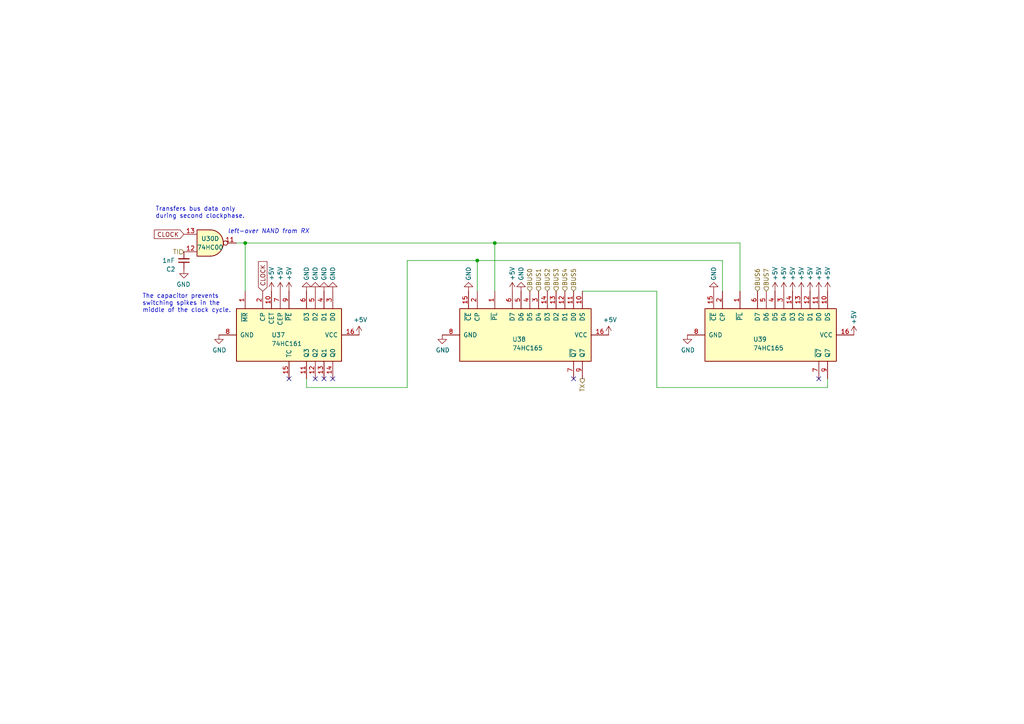
<source format=kicad_sch>
(kicad_sch (version 20211123) (generator eeschema)

  (uuid 58175766-a528-4fb2-ae9f-44f2b527a568)

  (paper "A4")

  (title_block
    (title "UART Transmitter")
    (date "2022-07-08")
    (rev "1.6.1")
    (comment 2 "creativecommons.org/licenses/by-nc-sa/3.0/deed.en")
    (comment 3 "License: CC BY-NC-SA 3.0")
    (comment 4 "Author: Carsten Herting (slu4)")
  )

  (lib_symbols
    (symbol "74xx:74HC00" (pin_names (offset 1.016)) (in_bom yes) (on_board yes)
      (property "Reference" "U" (id 0) (at 0 1.27 0)
        (effects (font (size 1.27 1.27)))
      )
      (property "Value" "74HC00" (id 1) (at 0 -1.27 0)
        (effects (font (size 1.27 1.27)))
      )
      (property "Footprint" "" (id 2) (at 0 0 0)
        (effects (font (size 1.27 1.27)) hide)
      )
      (property "Datasheet" "http://www.ti.com/lit/gpn/sn74hc00" (id 3) (at 0 0 0)
        (effects (font (size 1.27 1.27)) hide)
      )
      (property "ki_locked" "" (id 4) (at 0 0 0)
        (effects (font (size 1.27 1.27)))
      )
      (property "ki_keywords" "HCMOS nand 2-input" (id 5) (at 0 0 0)
        (effects (font (size 1.27 1.27)) hide)
      )
      (property "ki_description" "quad 2-input NAND gate" (id 6) (at 0 0 0)
        (effects (font (size 1.27 1.27)) hide)
      )
      (property "ki_fp_filters" "DIP*W7.62mm* SO14*" (id 7) (at 0 0 0)
        (effects (font (size 1.27 1.27)) hide)
      )
      (symbol "74HC00_1_1"
        (arc (start 0 -3.81) (mid 3.81 0) (end 0 3.81)
          (stroke (width 0.254) (type default) (color 0 0 0 0))
          (fill (type background))
        )
        (polyline
          (pts
            (xy 0 3.81)
            (xy -3.81 3.81)
            (xy -3.81 -3.81)
            (xy 0 -3.81)
          )
          (stroke (width 0.254) (type default) (color 0 0 0 0))
          (fill (type background))
        )
        (pin input line (at -7.62 2.54 0) (length 3.81)
          (name "~" (effects (font (size 1.27 1.27))))
          (number "1" (effects (font (size 1.27 1.27))))
        )
        (pin input line (at -7.62 -2.54 0) (length 3.81)
          (name "~" (effects (font (size 1.27 1.27))))
          (number "2" (effects (font (size 1.27 1.27))))
        )
        (pin output inverted (at 7.62 0 180) (length 3.81)
          (name "~" (effects (font (size 1.27 1.27))))
          (number "3" (effects (font (size 1.27 1.27))))
        )
      )
      (symbol "74HC00_1_2"
        (arc (start -3.81 -3.81) (mid -2.589 0) (end -3.81 3.81)
          (stroke (width 0.254) (type default) (color 0 0 0 0))
          (fill (type none))
        )
        (arc (start -0.6096 -3.81) (mid 2.1842 -2.5851) (end 3.81 0)
          (stroke (width 0.254) (type default) (color 0 0 0 0))
          (fill (type background))
        )
        (polyline
          (pts
            (xy -3.81 -3.81)
            (xy -0.635 -3.81)
          )
          (stroke (width 0.254) (type default) (color 0 0 0 0))
          (fill (type background))
        )
        (polyline
          (pts
            (xy -3.81 3.81)
            (xy -0.635 3.81)
          )
          (stroke (width 0.254) (type default) (color 0 0 0 0))
          (fill (type background))
        )
        (polyline
          (pts
            (xy -0.635 3.81)
            (xy -3.81 3.81)
            (xy -3.81 3.81)
            (xy -3.556 3.4036)
            (xy -3.0226 2.2606)
            (xy -2.6924 1.0414)
            (xy -2.6162 -0.254)
            (xy -2.7686 -1.4986)
            (xy -3.175 -2.7178)
            (xy -3.81 -3.81)
            (xy -3.81 -3.81)
            (xy -0.635 -3.81)
          )
          (stroke (width -25.4) (type default) (color 0 0 0 0))
          (fill (type background))
        )
        (arc (start 3.81 0) (mid 2.1915 2.5936) (end -0.6096 3.81)
          (stroke (width 0.254) (type default) (color 0 0 0 0))
          (fill (type background))
        )
        (pin input inverted (at -7.62 2.54 0) (length 4.318)
          (name "~" (effects (font (size 1.27 1.27))))
          (number "1" (effects (font (size 1.27 1.27))))
        )
        (pin input inverted (at -7.62 -2.54 0) (length 4.318)
          (name "~" (effects (font (size 1.27 1.27))))
          (number "2" (effects (font (size 1.27 1.27))))
        )
        (pin output line (at 7.62 0 180) (length 3.81)
          (name "~" (effects (font (size 1.27 1.27))))
          (number "3" (effects (font (size 1.27 1.27))))
        )
      )
      (symbol "74HC00_2_1"
        (arc (start 0 -3.81) (mid 3.81 0) (end 0 3.81)
          (stroke (width 0.254) (type default) (color 0 0 0 0))
          (fill (type background))
        )
        (polyline
          (pts
            (xy 0 3.81)
            (xy -3.81 3.81)
            (xy -3.81 -3.81)
            (xy 0 -3.81)
          )
          (stroke (width 0.254) (type default) (color 0 0 0 0))
          (fill (type background))
        )
        (pin input line (at -7.62 2.54 0) (length 3.81)
          (name "~" (effects (font (size 1.27 1.27))))
          (number "4" (effects (font (size 1.27 1.27))))
        )
        (pin input line (at -7.62 -2.54 0) (length 3.81)
          (name "~" (effects (font (size 1.27 1.27))))
          (number "5" (effects (font (size 1.27 1.27))))
        )
        (pin output inverted (at 7.62 0 180) (length 3.81)
          (name "~" (effects (font (size 1.27 1.27))))
          (number "6" (effects (font (size 1.27 1.27))))
        )
      )
      (symbol "74HC00_2_2"
        (arc (start -3.81 -3.81) (mid -2.589 0) (end -3.81 3.81)
          (stroke (width 0.254) (type default) (color 0 0 0 0))
          (fill (type none))
        )
        (arc (start -0.6096 -3.81) (mid 2.1842 -2.5851) (end 3.81 0)
          (stroke (width 0.254) (type default) (color 0 0 0 0))
          (fill (type background))
        )
        (polyline
          (pts
            (xy -3.81 -3.81)
            (xy -0.635 -3.81)
          )
          (stroke (width 0.254) (type default) (color 0 0 0 0))
          (fill (type background))
        )
        (polyline
          (pts
            (xy -3.81 3.81)
            (xy -0.635 3.81)
          )
          (stroke (width 0.254) (type default) (color 0 0 0 0))
          (fill (type background))
        )
        (polyline
          (pts
            (xy -0.635 3.81)
            (xy -3.81 3.81)
            (xy -3.81 3.81)
            (xy -3.556 3.4036)
            (xy -3.0226 2.2606)
            (xy -2.6924 1.0414)
            (xy -2.6162 -0.254)
            (xy -2.7686 -1.4986)
            (xy -3.175 -2.7178)
            (xy -3.81 -3.81)
            (xy -3.81 -3.81)
            (xy -0.635 -3.81)
          )
          (stroke (width -25.4) (type default) (color 0 0 0 0))
          (fill (type background))
        )
        (arc (start 3.81 0) (mid 2.1915 2.5936) (end -0.6096 3.81)
          (stroke (width 0.254) (type default) (color 0 0 0 0))
          (fill (type background))
        )
        (pin input inverted (at -7.62 2.54 0) (length 4.318)
          (name "~" (effects (font (size 1.27 1.27))))
          (number "4" (effects (font (size 1.27 1.27))))
        )
        (pin input inverted (at -7.62 -2.54 0) (length 4.318)
          (name "~" (effects (font (size 1.27 1.27))))
          (number "5" (effects (font (size 1.27 1.27))))
        )
        (pin output line (at 7.62 0 180) (length 3.81)
          (name "~" (effects (font (size 1.27 1.27))))
          (number "6" (effects (font (size 1.27 1.27))))
        )
      )
      (symbol "74HC00_3_1"
        (arc (start 0 -3.81) (mid 3.81 0) (end 0 3.81)
          (stroke (width 0.254) (type default) (color 0 0 0 0))
          (fill (type background))
        )
        (polyline
          (pts
            (xy 0 3.81)
            (xy -3.81 3.81)
            (xy -3.81 -3.81)
            (xy 0 -3.81)
          )
          (stroke (width 0.254) (type default) (color 0 0 0 0))
          (fill (type background))
        )
        (pin input line (at -7.62 -2.54 0) (length 3.81)
          (name "~" (effects (font (size 1.27 1.27))))
          (number "10" (effects (font (size 1.27 1.27))))
        )
        (pin output inverted (at 7.62 0 180) (length 3.81)
          (name "~" (effects (font (size 1.27 1.27))))
          (number "8" (effects (font (size 1.27 1.27))))
        )
        (pin input line (at -7.62 2.54 0) (length 3.81)
          (name "~" (effects (font (size 1.27 1.27))))
          (number "9" (effects (font (size 1.27 1.27))))
        )
      )
      (symbol "74HC00_3_2"
        (arc (start -3.81 -3.81) (mid -2.589 0) (end -3.81 3.81)
          (stroke (width 0.254) (type default) (color 0 0 0 0))
          (fill (type none))
        )
        (arc (start -0.6096 -3.81) (mid 2.1842 -2.5851) (end 3.81 0)
          (stroke (width 0.254) (type default) (color 0 0 0 0))
          (fill (type background))
        )
        (polyline
          (pts
            (xy -3.81 -3.81)
            (xy -0.635 -3.81)
          )
          (stroke (width 0.254) (type default) (color 0 0 0 0))
          (fill (type background))
        )
        (polyline
          (pts
            (xy -3.81 3.81)
            (xy -0.635 3.81)
          )
          (stroke (width 0.254) (type default) (color 0 0 0 0))
          (fill (type background))
        )
        (polyline
          (pts
            (xy -0.635 3.81)
            (xy -3.81 3.81)
            (xy -3.81 3.81)
            (xy -3.556 3.4036)
            (xy -3.0226 2.2606)
            (xy -2.6924 1.0414)
            (xy -2.6162 -0.254)
            (xy -2.7686 -1.4986)
            (xy -3.175 -2.7178)
            (xy -3.81 -3.81)
            (xy -3.81 -3.81)
            (xy -0.635 -3.81)
          )
          (stroke (width -25.4) (type default) (color 0 0 0 0))
          (fill (type background))
        )
        (arc (start 3.81 0) (mid 2.1915 2.5936) (end -0.6096 3.81)
          (stroke (width 0.254) (type default) (color 0 0 0 0))
          (fill (type background))
        )
        (pin input inverted (at -7.62 -2.54 0) (length 4.318)
          (name "~" (effects (font (size 1.27 1.27))))
          (number "10" (effects (font (size 1.27 1.27))))
        )
        (pin output line (at 7.62 0 180) (length 3.81)
          (name "~" (effects (font (size 1.27 1.27))))
          (number "8" (effects (font (size 1.27 1.27))))
        )
        (pin input inverted (at -7.62 2.54 0) (length 4.318)
          (name "~" (effects (font (size 1.27 1.27))))
          (number "9" (effects (font (size 1.27 1.27))))
        )
      )
      (symbol "74HC00_4_1"
        (arc (start 0 -3.81) (mid 3.81 0) (end 0 3.81)
          (stroke (width 0.254) (type default) (color 0 0 0 0))
          (fill (type background))
        )
        (polyline
          (pts
            (xy 0 3.81)
            (xy -3.81 3.81)
            (xy -3.81 -3.81)
            (xy 0 -3.81)
          )
          (stroke (width 0.254) (type default) (color 0 0 0 0))
          (fill (type background))
        )
        (pin output inverted (at 7.62 0 180) (length 3.81)
          (name "~" (effects (font (size 1.27 1.27))))
          (number "11" (effects (font (size 1.27 1.27))))
        )
        (pin input line (at -7.62 2.54 0) (length 3.81)
          (name "~" (effects (font (size 1.27 1.27))))
          (number "12" (effects (font (size 1.27 1.27))))
        )
        (pin input line (at -7.62 -2.54 0) (length 3.81)
          (name "~" (effects (font (size 1.27 1.27))))
          (number "13" (effects (font (size 1.27 1.27))))
        )
      )
      (symbol "74HC00_4_2"
        (arc (start -3.81 -3.81) (mid -2.589 0) (end -3.81 3.81)
          (stroke (width 0.254) (type default) (color 0 0 0 0))
          (fill (type none))
        )
        (arc (start -0.6096 -3.81) (mid 2.1842 -2.5851) (end 3.81 0)
          (stroke (width 0.254) (type default) (color 0 0 0 0))
          (fill (type background))
        )
        (polyline
          (pts
            (xy -3.81 -3.81)
            (xy -0.635 -3.81)
          )
          (stroke (width 0.254) (type default) (color 0 0 0 0))
          (fill (type background))
        )
        (polyline
          (pts
            (xy -3.81 3.81)
            (xy -0.635 3.81)
          )
          (stroke (width 0.254) (type default) (color 0 0 0 0))
          (fill (type background))
        )
        (polyline
          (pts
            (xy -0.635 3.81)
            (xy -3.81 3.81)
            (xy -3.81 3.81)
            (xy -3.556 3.4036)
            (xy -3.0226 2.2606)
            (xy -2.6924 1.0414)
            (xy -2.6162 -0.254)
            (xy -2.7686 -1.4986)
            (xy -3.175 -2.7178)
            (xy -3.81 -3.81)
            (xy -3.81 -3.81)
            (xy -0.635 -3.81)
          )
          (stroke (width -25.4) (type default) (color 0 0 0 0))
          (fill (type background))
        )
        (arc (start 3.81 0) (mid 2.1915 2.5936) (end -0.6096 3.81)
          (stroke (width 0.254) (type default) (color 0 0 0 0))
          (fill (type background))
        )
        (pin output line (at 7.62 0 180) (length 3.81)
          (name "~" (effects (font (size 1.27 1.27))))
          (number "11" (effects (font (size 1.27 1.27))))
        )
        (pin input inverted (at -7.62 2.54 0) (length 4.318)
          (name "~" (effects (font (size 1.27 1.27))))
          (number "12" (effects (font (size 1.27 1.27))))
        )
        (pin input inverted (at -7.62 -2.54 0) (length 4.318)
          (name "~" (effects (font (size 1.27 1.27))))
          (number "13" (effects (font (size 1.27 1.27))))
        )
      )
      (symbol "74HC00_5_0"
        (pin power_in line (at 0 12.7 270) (length 5.08)
          (name "VCC" (effects (font (size 1.27 1.27))))
          (number "14" (effects (font (size 1.27 1.27))))
        )
        (pin power_in line (at 0 -12.7 90) (length 5.08)
          (name "GND" (effects (font (size 1.27 1.27))))
          (number "7" (effects (font (size 1.27 1.27))))
        )
      )
      (symbol "74HC00_5_1"
        (rectangle (start -5.08 7.62) (end 5.08 -7.62)
          (stroke (width 0.254) (type default) (color 0 0 0 0))
          (fill (type background))
        )
      )
    )
    (symbol "8-Bit CPU 32k:74HC161" (pin_names (offset 1.016)) (in_bom yes) (on_board yes)
      (property "Reference" "U" (id 0) (at -7.62 16.51 0)
        (effects (font (size 1.27 1.27)))
      )
      (property "Value" "74HC161" (id 1) (at -7.62 -16.51 0)
        (effects (font (size 1.27 1.27)))
      )
      (property "Footprint" "" (id 2) (at 0 0 0)
        (effects (font (size 1.27 1.27)) hide)
      )
      (property "Datasheet" "http://www.ti.com/lit/gpn/sn74LS161" (id 3) (at 0 0 0)
        (effects (font (size 1.27 1.27)) hide)
      )
      (property "ki_locked" "" (id 4) (at 0 0 0)
        (effects (font (size 1.27 1.27)))
      )
      (property "ki_keywords" "TTL CNT CNT4" (id 5) (at 0 0 0)
        (effects (font (size 1.27 1.27)) hide)
      )
      (property "ki_description" "Synchronous 4-bit programmable binary Counter" (id 6) (at 0 0 0)
        (effects (font (size 1.27 1.27)) hide)
      )
      (property "ki_fp_filters" "DIP?16*" (id 7) (at 0 0 0)
        (effects (font (size 1.27 1.27)) hide)
      )
      (symbol "74HC161_1_0"
        (pin input line (at -12.7 -12.7 0) (length 5.08)
          (name "~{MR}" (effects (font (size 1.27 1.27))))
          (number "1" (effects (font (size 1.27 1.27))))
        )
        (pin input line (at -12.7 -5.08 0) (length 5.08)
          (name "CET" (effects (font (size 1.27 1.27))))
          (number "10" (effects (font (size 1.27 1.27))))
        )
        (pin output line (at 12.7 5.08 180) (length 5.08)
          (name "Q3" (effects (font (size 1.27 1.27))))
          (number "11" (effects (font (size 1.27 1.27))))
        )
        (pin output line (at 12.7 7.62 180) (length 5.08)
          (name "Q2" (effects (font (size 1.27 1.27))))
          (number "12" (effects (font (size 1.27 1.27))))
        )
        (pin output line (at 12.7 10.16 180) (length 5.08)
          (name "Q1" (effects (font (size 1.27 1.27))))
          (number "13" (effects (font (size 1.27 1.27))))
        )
        (pin output line (at 12.7 12.7 180) (length 5.08)
          (name "Q0" (effects (font (size 1.27 1.27))))
          (number "14" (effects (font (size 1.27 1.27))))
        )
        (pin output line (at 12.7 0 180) (length 5.08)
          (name "TC" (effects (font (size 1.27 1.27))))
          (number "15" (effects (font (size 1.27 1.27))))
        )
        (pin power_in line (at 0 20.32 270) (length 5.08)
          (name "VCC" (effects (font (size 1.27 1.27))))
          (number "16" (effects (font (size 1.27 1.27))))
        )
        (pin input line (at -12.7 -7.62 0) (length 5.08)
          (name "CP" (effects (font (size 1.27 1.27))))
          (number "2" (effects (font (size 1.27 1.27))))
        )
        (pin input line (at -12.7 12.7 0) (length 5.08)
          (name "D0" (effects (font (size 1.27 1.27))))
          (number "3" (effects (font (size 1.27 1.27))))
        )
        (pin input line (at -12.7 10.16 0) (length 5.08)
          (name "D1" (effects (font (size 1.27 1.27))))
          (number "4" (effects (font (size 1.27 1.27))))
        )
        (pin input line (at -12.7 7.62 0) (length 5.08)
          (name "D2" (effects (font (size 1.27 1.27))))
          (number "5" (effects (font (size 1.27 1.27))))
        )
        (pin input line (at -12.7 5.08 0) (length 5.08)
          (name "D3" (effects (font (size 1.27 1.27))))
          (number "6" (effects (font (size 1.27 1.27))))
        )
        (pin input line (at -12.7 -2.54 0) (length 5.08)
          (name "CEP" (effects (font (size 1.27 1.27))))
          (number "7" (effects (font (size 1.27 1.27))))
        )
        (pin power_in line (at 0 -20.32 90) (length 5.08)
          (name "GND" (effects (font (size 1.27 1.27))))
          (number "8" (effects (font (size 1.27 1.27))))
        )
        (pin input line (at -12.7 0 0) (length 5.08)
          (name "~{PE}" (effects (font (size 1.27 1.27))))
          (number "9" (effects (font (size 1.27 1.27))))
        )
      )
      (symbol "74HC161_1_1"
        (rectangle (start -7.62 15.24) (end 7.62 -15.24)
          (stroke (width 0.254) (type default) (color 0 0 0 0))
          (fill (type background))
        )
      )
    )
    (symbol "8-Bit CPU 32k:74HC165" (pin_names (offset 1.016)) (in_bom yes) (on_board yes)
      (property "Reference" "U" (id 0) (at -7.62 19.05 0)
        (effects (font (size 1.27 1.27)))
      )
      (property "Value" "74HC165" (id 1) (at -7.62 -21.59 0)
        (effects (font (size 1.27 1.27)))
      )
      (property "Footprint" "" (id 2) (at 0 0 0)
        (effects (font (size 1.27 1.27)) hide)
      )
      (property "Datasheet" "http://www.ti.com/lit/gpn/sn74LS165" (id 3) (at 0 0 0)
        (effects (font (size 1.27 1.27)) hide)
      )
      (property "ki_locked" "" (id 4) (at 0 0 0)
        (effects (font (size 1.27 1.27)))
      )
      (property "ki_keywords" "TTL SR SR8" (id 5) (at 0 0 0)
        (effects (font (size 1.27 1.27)) hide)
      )
      (property "ki_description" "Shift Register 8-bit, parallel load" (id 6) (at 0 0 0)
        (effects (font (size 1.27 1.27)) hide)
      )
      (property "ki_fp_filters" "DIP?16*" (id 7) (at 0 0 0)
        (effects (font (size 1.27 1.27)) hide)
      )
      (symbol "74HC165_1_0"
        (pin input line (at -12.7 -10.16 0) (length 5.08)
          (name "~{PL}" (effects (font (size 1.27 1.27))))
          (number "1" (effects (font (size 1.27 1.27))))
        )
        (pin input line (at -12.7 15.24 0) (length 5.08)
          (name "DS" (effects (font (size 1.27 1.27))))
          (number "10" (effects (font (size 1.27 1.27))))
        )
        (pin input line (at -12.7 12.7 0) (length 5.08)
          (name "D0" (effects (font (size 1.27 1.27))))
          (number "11" (effects (font (size 1.27 1.27))))
        )
        (pin input line (at -12.7 10.16 0) (length 5.08)
          (name "D1" (effects (font (size 1.27 1.27))))
          (number "12" (effects (font (size 1.27 1.27))))
        )
        (pin input line (at -12.7 7.62 0) (length 5.08)
          (name "D2" (effects (font (size 1.27 1.27))))
          (number "13" (effects (font (size 1.27 1.27))))
        )
        (pin input line (at -12.7 5.08 0) (length 5.08)
          (name "D3" (effects (font (size 1.27 1.27))))
          (number "14" (effects (font (size 1.27 1.27))))
        )
        (pin input line (at -12.7 -17.78 0) (length 5.08)
          (name "~{CE}" (effects (font (size 1.27 1.27))))
          (number "15" (effects (font (size 1.27 1.27))))
        )
        (pin power_in line (at 0 22.86 270) (length 5.08)
          (name "VCC" (effects (font (size 1.27 1.27))))
          (number "16" (effects (font (size 1.27 1.27))))
        )
        (pin input line (at -12.7 -15.24 0) (length 5.08)
          (name "CP" (effects (font (size 1.27 1.27))))
          (number "2" (effects (font (size 1.27 1.27))))
        )
        (pin input line (at -12.7 2.54 0) (length 5.08)
          (name "D4" (effects (font (size 1.27 1.27))))
          (number "3" (effects (font (size 1.27 1.27))))
        )
        (pin input line (at -12.7 0 0) (length 5.08)
          (name "D5" (effects (font (size 1.27 1.27))))
          (number "4" (effects (font (size 1.27 1.27))))
        )
        (pin input line (at -12.7 -2.54 0) (length 5.08)
          (name "D6" (effects (font (size 1.27 1.27))))
          (number "5" (effects (font (size 1.27 1.27))))
        )
        (pin input line (at -12.7 -5.08 0) (length 5.08)
          (name "D7" (effects (font (size 1.27 1.27))))
          (number "6" (effects (font (size 1.27 1.27))))
        )
        (pin output line (at 12.7 12.7 180) (length 5.08)
          (name "~{Q7}" (effects (font (size 1.27 1.27))))
          (number "7" (effects (font (size 1.27 1.27))))
        )
        (pin power_in line (at 0 -25.4 90) (length 5.08)
          (name "GND" (effects (font (size 1.27 1.27))))
          (number "8" (effects (font (size 1.27 1.27))))
        )
        (pin output line (at 12.7 15.24 180) (length 5.08)
          (name "Q7" (effects (font (size 1.27 1.27))))
          (number "9" (effects (font (size 1.27 1.27))))
        )
      )
      (symbol "74HC165_1_1"
        (rectangle (start -7.62 17.78) (end 7.62 -20.32)
          (stroke (width 0.254) (type default) (color 0 0 0 0))
          (fill (type background))
        )
      )
    )
    (symbol "Device:C_Small" (pin_numbers hide) (pin_names (offset 0.254) hide) (in_bom yes) (on_board yes)
      (property "Reference" "C" (id 0) (at 0.254 1.778 0)
        (effects (font (size 1.27 1.27)) (justify left))
      )
      (property "Value" "C_Small" (id 1) (at 0.254 -2.032 0)
        (effects (font (size 1.27 1.27)) (justify left))
      )
      (property "Footprint" "" (id 2) (at 0 0 0)
        (effects (font (size 1.27 1.27)) hide)
      )
      (property "Datasheet" "~" (id 3) (at 0 0 0)
        (effects (font (size 1.27 1.27)) hide)
      )
      (property "ki_keywords" "capacitor cap" (id 4) (at 0 0 0)
        (effects (font (size 1.27 1.27)) hide)
      )
      (property "ki_description" "Unpolarized capacitor, small symbol" (id 5) (at 0 0 0)
        (effects (font (size 1.27 1.27)) hide)
      )
      (property "ki_fp_filters" "C_*" (id 6) (at 0 0 0)
        (effects (font (size 1.27 1.27)) hide)
      )
      (symbol "C_Small_0_1"
        (polyline
          (pts
            (xy -1.524 -0.508)
            (xy 1.524 -0.508)
          )
          (stroke (width 0.3302) (type default) (color 0 0 0 0))
          (fill (type none))
        )
        (polyline
          (pts
            (xy -1.524 0.508)
            (xy 1.524 0.508)
          )
          (stroke (width 0.3048) (type default) (color 0 0 0 0))
          (fill (type none))
        )
      )
      (symbol "C_Small_1_1"
        (pin passive line (at 0 2.54 270) (length 2.032)
          (name "~" (effects (font (size 1.27 1.27))))
          (number "1" (effects (font (size 1.27 1.27))))
        )
        (pin passive line (at 0 -2.54 90) (length 2.032)
          (name "~" (effects (font (size 1.27 1.27))))
          (number "2" (effects (font (size 1.27 1.27))))
        )
      )
    )
    (symbol "power:+5V" (power) (pin_names (offset 0)) (in_bom yes) (on_board yes)
      (property "Reference" "#PWR" (id 0) (at 0 -3.81 0)
        (effects (font (size 1.27 1.27)) hide)
      )
      (property "Value" "+5V" (id 1) (at 0 3.556 0)
        (effects (font (size 1.27 1.27)))
      )
      (property "Footprint" "" (id 2) (at 0 0 0)
        (effects (font (size 1.27 1.27)) hide)
      )
      (property "Datasheet" "" (id 3) (at 0 0 0)
        (effects (font (size 1.27 1.27)) hide)
      )
      (property "ki_keywords" "power-flag" (id 4) (at 0 0 0)
        (effects (font (size 1.27 1.27)) hide)
      )
      (property "ki_description" "Power symbol creates a global label with name \"+5V\"" (id 5) (at 0 0 0)
        (effects (font (size 1.27 1.27)) hide)
      )
      (symbol "+5V_0_1"
        (polyline
          (pts
            (xy -0.762 1.27)
            (xy 0 2.54)
          )
          (stroke (width 0) (type default) (color 0 0 0 0))
          (fill (type none))
        )
        (polyline
          (pts
            (xy 0 0)
            (xy 0 2.54)
          )
          (stroke (width 0) (type default) (color 0 0 0 0))
          (fill (type none))
        )
        (polyline
          (pts
            (xy 0 2.54)
            (xy 0.762 1.27)
          )
          (stroke (width 0) (type default) (color 0 0 0 0))
          (fill (type none))
        )
      )
      (symbol "+5V_1_1"
        (pin power_in line (at 0 0 90) (length 0) hide
          (name "+5V" (effects (font (size 1.27 1.27))))
          (number "1" (effects (font (size 1.27 1.27))))
        )
      )
    )
    (symbol "power:GND" (power) (pin_names (offset 0)) (in_bom yes) (on_board yes)
      (property "Reference" "#PWR" (id 0) (at 0 -6.35 0)
        (effects (font (size 1.27 1.27)) hide)
      )
      (property "Value" "GND" (id 1) (at 0 -3.81 0)
        (effects (font (size 1.27 1.27)))
      )
      (property "Footprint" "" (id 2) (at 0 0 0)
        (effects (font (size 1.27 1.27)) hide)
      )
      (property "Datasheet" "" (id 3) (at 0 0 0)
        (effects (font (size 1.27 1.27)) hide)
      )
      (property "ki_keywords" "power-flag" (id 4) (at 0 0 0)
        (effects (font (size 1.27 1.27)) hide)
      )
      (property "ki_description" "Power symbol creates a global label with name \"GND\" , ground" (id 5) (at 0 0 0)
        (effects (font (size 1.27 1.27)) hide)
      )
      (symbol "GND_0_1"
        (polyline
          (pts
            (xy 0 0)
            (xy 0 -1.27)
            (xy 1.27 -1.27)
            (xy 0 -2.54)
            (xy -1.27 -1.27)
            (xy 0 -1.27)
          )
          (stroke (width 0) (type default) (color 0 0 0 0))
          (fill (type none))
        )
      )
      (symbol "GND_1_1"
        (pin power_in line (at 0 0 270) (length 0) hide
          (name "GND" (effects (font (size 1.27 1.27))))
          (number "1" (effects (font (size 1.27 1.27))))
        )
      )
    )
  )

  (junction (at 71.12 70.485) (diameter 0) (color 0 0 0 0)
    (uuid 63775e7d-9919-43c5-bce9-9c945fd6a758)
  )
  (junction (at 143.51 70.485) (diameter 0) (color 0 0 0 0)
    (uuid cc3452de-1120-4c93-b25e-576e5e8f76e3)
  )
  (junction (at 138.43 75.565) (diameter 0) (color 0 0 0 0)
    (uuid ea0632bc-fb14-4c1a-a375-1d77188b9b78)
  )

  (no_connect (at 237.49 109.855) (uuid 00fe2fa1-209c-40c5-9c42-7bfbfa67df51))
  (no_connect (at 83.82 109.855) (uuid 633c153b-098c-418b-bc3e-17aff2d8eeee))
  (no_connect (at 91.44 109.855) (uuid ba7b9ccb-3925-428d-8c7a-9f3da81a07df))
  (no_connect (at 96.52 109.855) (uuid be3f13bd-797c-46cc-b38c-8ea62def12e9))
  (no_connect (at 166.37 109.855) (uuid d8b21c41-a23c-4996-8aa1-fb7544e6060e))
  (no_connect (at 93.98 109.855) (uuid f80f6ecb-9b1e-4071-99a3-f262af45e64f))

  (wire (pts (xy 88.9 109.855) (xy 88.9 112.395))
    (stroke (width 0) (type default) (color 0 0 0 0))
    (uuid 0518d253-7646-416c-8697-4b5e9153dcb0)
  )
  (wire (pts (xy 240.03 112.395) (xy 240.03 109.855))
    (stroke (width 0) (type default) (color 0 0 0 0))
    (uuid 0b22015d-e116-4239-8a91-7c61ae9b9145)
  )
  (wire (pts (xy 118.11 75.565) (xy 118.11 112.395))
    (stroke (width 0) (type default) (color 0 0 0 0))
    (uuid 0b4cee34-874e-4838-876f-a0b87b58ca52)
  )
  (wire (pts (xy 214.63 70.485) (xy 214.63 84.455))
    (stroke (width 0) (type default) (color 0 0 0 0))
    (uuid 375495d6-c66c-44eb-b21e-ec5d6175e6d7)
  )
  (wire (pts (xy 209.55 75.565) (xy 209.55 84.455))
    (stroke (width 0) (type default) (color 0 0 0 0))
    (uuid 4a2a0af7-aa39-4dd6-a61b-7b57cd0489de)
  )
  (wire (pts (xy 143.51 70.485) (xy 71.12 70.485))
    (stroke (width 0) (type default) (color 0 0 0 0))
    (uuid 760123c7-e5c8-4c23-9873-85537331d717)
  )
  (wire (pts (xy 138.43 84.455) (xy 138.43 75.565))
    (stroke (width 0) (type default) (color 0 0 0 0))
    (uuid 83a3c5ae-0991-4190-9fe2-584147905fd6)
  )
  (wire (pts (xy 118.11 112.395) (xy 88.9 112.395))
    (stroke (width 0) (type default) (color 0 0 0 0))
    (uuid 8d7bd93d-9d1b-4933-8dba-14068bfdf02f)
  )
  (wire (pts (xy 138.43 75.565) (xy 118.11 75.565))
    (stroke (width 0) (type default) (color 0 0 0 0))
    (uuid 99c98684-8e4d-4568-aca8-9c56476035b6)
  )
  (wire (pts (xy 190.5 84.455) (xy 190.5 112.395))
    (stroke (width 0) (type default) (color 0 0 0 0))
    (uuid aa40df75-2297-4ca6-8a99-092ab484e75d)
  )
  (wire (pts (xy 71.12 70.485) (xy 71.12 84.455))
    (stroke (width 0) (type default) (color 0 0 0 0))
    (uuid af817f20-3ff4-4bd9-b84a-7ee5efaa50a9)
  )
  (wire (pts (xy 68.58 70.485) (xy 71.12 70.485))
    (stroke (width 0) (type default) (color 0 0 0 0))
    (uuid e6e96e56-e7c7-4d45-b064-d951e6f2fbd6)
  )
  (wire (pts (xy 138.43 75.565) (xy 209.55 75.565))
    (stroke (width 0) (type default) (color 0 0 0 0))
    (uuid e9ff53bb-f209-4376-a4c9-9baa9e5d5473)
  )
  (wire (pts (xy 190.5 112.395) (xy 240.03 112.395))
    (stroke (width 0) (type default) (color 0 0 0 0))
    (uuid f0178143-575f-49dc-a724-b84ea643e17c)
  )
  (wire (pts (xy 168.91 84.455) (xy 190.5 84.455))
    (stroke (width 0) (type default) (color 0 0 0 0))
    (uuid f72f0e84-d022-4a9e-94e4-e4d36d9c0eb3)
  )
  (wire (pts (xy 143.51 84.455) (xy 143.51 70.485))
    (stroke (width 0) (type default) (color 0 0 0 0))
    (uuid f9434ddc-ea97-4971-acb9-ec233b96ac08)
  )
  (wire (pts (xy 143.51 70.485) (xy 214.63 70.485))
    (stroke (width 0) (type default) (color 0 0 0 0))
    (uuid fb99efd7-06a4-48fd-9554-0c7e8e226e76)
  )

  (text "The capacitor prevents\nswitching spikes in the\nmiddle of the clock cycle."
    (at 41.275 90.805 0)
    (effects (font (size 1.27 1.27)) (justify left bottom))
    (uuid 1bb5bb40-87a7-46a1-9887-6b4962964bf0)
  )
  (text "left-over NAND from RX" (at 66.04 67.945 0)
    (effects (font (size 1.27 1.27) italic) (justify left bottom))
    (uuid 8742296e-c150-4cba-be67-61a1d208d1c1)
  )
  (text "Transfers bus data only\nduring second clockphase." (at 45.085 63.5 0)
    (effects (font (size 1.27 1.27)) (justify left bottom))
    (uuid a3021710-8a4c-42f7-ac6e-20a81a071ab6)
  )

  (global_label "CLOCK" (shape input) (at 53.34 67.945 180) (fields_autoplaced)
    (effects (font (size 1.27 1.27)) (justify right))
    (uuid 8b2a0ffc-48a7-455f-8024-76dee9869a40)
    (property "Intersheet References" "${INTERSHEET_REFS}" (id 0) (at 2.54 147.955 0)
      (effects (font (size 1.27 1.27)) hide)
    )
  )
  (global_label "CLOCK" (shape input) (at 76.2 84.455 90) (fields_autoplaced)
    (effects (font (size 1.27 1.27)) (justify left))
    (uuid ca1221c7-300b-4265-b5e2-868f88788518)
    (property "Intersheet References" "${INTERSHEET_REFS}" (id 0) (at 2.54 -6.985 0)
      (effects (font (size 1.27 1.27)) hide)
    )
  )

  (hierarchical_label "BUS6" (shape input) (at 219.71 84.455 90)
    (effects (font (size 1.27 1.27)) (justify left))
    (uuid 10f7126e-7090-4c03-8a19-13efa53cae48)
  )
  (hierarchical_label "BUS3" (shape input) (at 161.29 84.455 90)
    (effects (font (size 1.27 1.27)) (justify left))
    (uuid 2f41f790-9eff-4486-a485-af5962cc98c4)
  )
  (hierarchical_label "TI" (shape input) (at 53.34 73.025 180)
    (effects (font (size 1.27 1.27)) (justify right))
    (uuid 34e2c20d-6761-4247-8eb6-293ddbbc8804)
  )
  (hierarchical_label "BUS1" (shape input) (at 156.21 84.455 90)
    (effects (font (size 1.27 1.27)) (justify left))
    (uuid 5cf1e57a-7c5d-4653-966f-d986136a5a7c)
  )
  (hierarchical_label "BUS0" (shape input) (at 153.67 84.455 90)
    (effects (font (size 1.27 1.27)) (justify left))
    (uuid 818906fb-12f6-4f4d-b3f7-5c6b36c224aa)
  )
  (hierarchical_label "BUS5" (shape input) (at 166.37 84.455 90)
    (effects (font (size 1.27 1.27)) (justify left))
    (uuid 892c9595-fbc5-4f31-b203-3a3c005b68bb)
  )
  (hierarchical_label "BUS7" (shape input) (at 222.25 84.455 90)
    (effects (font (size 1.27 1.27)) (justify left))
    (uuid d7e6227d-7076-4031-b1fb-859efea03e2a)
  )
  (hierarchical_label "TX" (shape output) (at 168.91 109.855 270)
    (effects (font (size 1.27 1.27)) (justify right))
    (uuid de3d19f1-987b-4f73-a2df-2f360493304d)
  )
  (hierarchical_label "BUS2" (shape input) (at 158.75 84.455 90)
    (effects (font (size 1.27 1.27)) (justify left))
    (uuid ef6ad726-15a4-4122-b496-5bc442a8ecde)
  )
  (hierarchical_label "BUS4" (shape input) (at 163.83 84.455 90)
    (effects (font (size 1.27 1.27)) (justify left))
    (uuid f51f8f72-0aad-4179-b90c-f7fda44161d4)
  )

  (symbol (lib_id "power:GND") (at 91.44 84.455 180) (unit 1)
    (in_bom yes) (on_board yes)
    (uuid 09b22336-7633-4156-89d8-d03c0b0adf0e)
    (property "Reference" "#PWR043" (id 0) (at 91.44 78.105 0)
      (effects (font (size 1.27 1.27)) hide)
    )
    (property "Value" "GND" (id 1) (at 91.44 79.375 90))
    (property "Footprint" "" (id 2) (at 91.44 84.455 0)
      (effects (font (size 1.27 1.27)) hide)
    )
    (property "Datasheet" "" (id 3) (at 91.44 84.455 0)
      (effects (font (size 1.27 1.27)) hide)
    )
    (pin "1" (uuid f1675273-9b59-409d-b5d1-b56f62b2f045))
  )

  (symbol (lib_id "power:GND") (at 96.52 84.455 180) (unit 1)
    (in_bom yes) (on_board yes)
    (uuid 0f61ca78-ddd7-4521-a5b0-1f03507b5260)
    (property "Reference" "#PWR045" (id 0) (at 96.52 78.105 0)
      (effects (font (size 1.27 1.27)) hide)
    )
    (property "Value" "GND" (id 1) (at 96.52 79.375 90))
    (property "Footprint" "" (id 2) (at 96.52 84.455 0)
      (effects (font (size 1.27 1.27)) hide)
    )
    (property "Datasheet" "" (id 3) (at 96.52 84.455 0)
      (effects (font (size 1.27 1.27)) hide)
    )
    (pin "1" (uuid 7e9d274e-1505-4eec-99e9-c257a1058114))
  )

  (symbol (lib_id "power:+5V") (at 83.82 84.455 0) (unit 1)
    (in_bom yes) (on_board yes)
    (uuid 14177955-33d6-4dc3-bf33-e733fc65768c)
    (property "Reference" "#PWR041" (id 0) (at 83.82 88.265 0)
      (effects (font (size 1.27 1.27)) hide)
    )
    (property "Value" "+5V" (id 1) (at 83.82 79.375 90))
    (property "Footprint" "" (id 2) (at 83.82 84.455 0)
      (effects (font (size 1.27 1.27)) hide)
    )
    (property "Datasheet" "" (id 3) (at 83.82 84.455 0)
      (effects (font (size 1.27 1.27)) hide)
    )
    (pin "1" (uuid b9c189d3-7655-44f7-ae27-3517709c3802))
  )

  (symbol (lib_id "power:+5V") (at 232.41 84.455 0) (unit 1)
    (in_bom yes) (on_board yes)
    (uuid 146b012a-077c-4a4e-863a-bed577f2696c)
    (property "Reference" "#PWR057" (id 0) (at 232.41 88.265 0)
      (effects (font (size 1.27 1.27)) hide)
    )
    (property "Value" "+5V" (id 1) (at 232.41 79.375 90))
    (property "Footprint" "" (id 2) (at 232.41 84.455 0)
      (effects (font (size 1.27 1.27)) hide)
    )
    (property "Datasheet" "" (id 3) (at 232.41 84.455 0)
      (effects (font (size 1.27 1.27)) hide)
    )
    (pin "1" (uuid 65ef740c-dd8d-4c3f-8764-adcaa7dedaac))
  )

  (symbol (lib_id "power:+5V") (at 229.87 84.455 0) (unit 1)
    (in_bom yes) (on_board yes)
    (uuid 146fa967-032e-4668-a086-617bfd02ced6)
    (property "Reference" "#PWR056" (id 0) (at 229.87 88.265 0)
      (effects (font (size 1.27 1.27)) hide)
    )
    (property "Value" "+5V" (id 1) (at 229.87 79.375 90))
    (property "Footprint" "" (id 2) (at 229.87 84.455 0)
      (effects (font (size 1.27 1.27)) hide)
    )
    (property "Datasheet" "" (id 3) (at 229.87 84.455 0)
      (effects (font (size 1.27 1.27)) hide)
    )
    (pin "1" (uuid 0b7ee0b4-c29c-42ca-b4b1-16a314d114aa))
  )

  (symbol (lib_id "8-Bit CPU 32k:74HC165") (at 224.79 97.155 270) (unit 1)
    (in_bom yes) (on_board yes)
    (uuid 18f71be3-64f1-420c-b31a-896c069ff1be)
    (property "Reference" "U39" (id 0) (at 218.44 98.425 90)
      (effects (font (size 1.27 1.27)) (justify left))
    )
    (property "Value" "74HC165" (id 1) (at 218.44 100.965 90)
      (effects (font (size 1.27 1.27)) (justify left))
    )
    (property "Footprint" "Package_DIP:DIP-16_W7.62mm" (id 2) (at 224.79 97.155 0)
      (effects (font (size 1.27 1.27)) hide)
    )
    (property "Datasheet" "http://www.ti.com/lit/gpn/sn74LS165" (id 3) (at 224.79 97.155 0)
      (effects (font (size 1.27 1.27)) hide)
    )
    (pin "1" (uuid ed4295cb-91e8-4f89-be9d-469c981a4e72))
    (pin "10" (uuid 88c65b31-247a-4c10-8f69-fb5cf072c80d))
    (pin "11" (uuid 4d611134-7153-4863-aeb6-659ead160192))
    (pin "12" (uuid 2272fe2e-79b2-4e55-9023-a9ab1d276ef3))
    (pin "13" (uuid 92b0f82f-4071-4574-8e9f-42215d23e56e))
    (pin "14" (uuid 44d5cd7e-af4f-4254-892c-604289aee11c))
    (pin "15" (uuid 74090d3a-84f9-4bed-87fc-4c9a217bcdca))
    (pin "16" (uuid 23d9dae7-5a57-4210-80a3-8acbcac89420))
    (pin "2" (uuid 6160f12e-c8a0-452d-808f-d7d13601d594))
    (pin "3" (uuid 08c6b354-8a23-4e3a-bcb8-e5a44529112a))
    (pin "4" (uuid 96c25586-dbeb-45dd-9f09-fec5db45b27b))
    (pin "5" (uuid c4ee0be2-f5f0-487e-9864-6e098a56b880))
    (pin "6" (uuid faf0d9f7-22c2-4338-830c-f6d688f88c99))
    (pin "7" (uuid d054b164-0c80-4086-8237-040e52cce371))
    (pin "8" (uuid 9696db4b-d21e-47e8-8f62-e95db0c859af))
    (pin "9" (uuid c8ac40ab-0042-4858-bfab-c616c223ca16))
  )

  (symbol (lib_id "power:+5V") (at 237.49 84.455 0) (unit 1)
    (in_bom yes) (on_board yes)
    (uuid 26d3816b-2977-4677-9e4e-0ffb518aaf24)
    (property "Reference" "#PWR059" (id 0) (at 237.49 88.265 0)
      (effects (font (size 1.27 1.27)) hide)
    )
    (property "Value" "+5V" (id 1) (at 237.49 79.375 90))
    (property "Footprint" "" (id 2) (at 237.49 84.455 0)
      (effects (font (size 1.27 1.27)) hide)
    )
    (property "Datasheet" "" (id 3) (at 237.49 84.455 0)
      (effects (font (size 1.27 1.27)) hide)
    )
    (pin "1" (uuid eb2f81f5-67ea-4fb1-b64b-2710ce7b4fb4))
  )

  (symbol (lib_id "power:+5V") (at 148.59 84.455 0) (unit 1)
    (in_bom yes) (on_board yes)
    (uuid 34cab16f-6e34-4980-bc64-36b3cb0ee4de)
    (property "Reference" "#PWR049" (id 0) (at 148.59 88.265 0)
      (effects (font (size 1.27 1.27)) hide)
    )
    (property "Value" "+5V" (id 1) (at 148.59 79.375 90))
    (property "Footprint" "" (id 2) (at 148.59 84.455 0)
      (effects (font (size 1.27 1.27)) hide)
    )
    (property "Datasheet" "" (id 3) (at 148.59 84.455 0)
      (effects (font (size 1.27 1.27)) hide)
    )
    (pin "1" (uuid b3ab6c24-4c21-4097-88db-8147725e6bec))
  )

  (symbol (lib_id "power:+5V") (at 78.74 84.455 0) (unit 1)
    (in_bom yes) (on_board yes)
    (uuid 3a9fddfd-e809-49e3-b5b8-e8c7e6cf15ca)
    (property "Reference" "#PWR039" (id 0) (at 78.74 88.265 0)
      (effects (font (size 1.27 1.27)) hide)
    )
    (property "Value" "+5V" (id 1) (at 78.74 79.375 90))
    (property "Footprint" "" (id 2) (at 78.74 84.455 0)
      (effects (font (size 1.27 1.27)) hide)
    )
    (property "Datasheet" "" (id 3) (at 78.74 84.455 0)
      (effects (font (size 1.27 1.27)) hide)
    )
    (pin "1" (uuid 06e52f80-99d0-4671-b7b6-3ce90a5a4481))
  )

  (symbol (lib_id "power:GND") (at 63.5 97.155 0) (unit 1)
    (in_bom yes) (on_board yes)
    (uuid 3d4390c6-6090-4f7a-bee6-9904bdce386e)
    (property "Reference" "#PWR038" (id 0) (at 63.5 103.505 0)
      (effects (font (size 1.27 1.27)) hide)
    )
    (property "Value" "GND" (id 1) (at 63.627 101.5492 0))
    (property "Footprint" "" (id 2) (at 63.5 97.155 0)
      (effects (font (size 1.27 1.27)) hide)
    )
    (property "Datasheet" "" (id 3) (at 63.5 97.155 0)
      (effects (font (size 1.27 1.27)) hide)
    )
    (pin "1" (uuid 35ff5231-c8c5-4eec-890a-73ebb40defb8))
  )

  (symbol (lib_id "8-Bit CPU 32k:74HC165") (at 153.67 97.155 270) (unit 1)
    (in_bom yes) (on_board yes)
    (uuid 4802890f-3cf7-4c6f-ac3c-c3ca54e70d63)
    (property "Reference" "U38" (id 0) (at 148.59 98.425 90)
      (effects (font (size 1.27 1.27)) (justify left))
    )
    (property "Value" "74HC165" (id 1) (at 148.59 100.965 90)
      (effects (font (size 1.27 1.27)) (justify left))
    )
    (property "Footprint" "Package_DIP:DIP-16_W7.62mm" (id 2) (at 153.67 97.155 0)
      (effects (font (size 1.27 1.27)) hide)
    )
    (property "Datasheet" "http://www.ti.com/lit/gpn/sn74LS165" (id 3) (at 153.67 97.155 0)
      (effects (font (size 1.27 1.27)) hide)
    )
    (pin "1" (uuid 12ce1e6d-4c9b-435d-bda6-f3d2ef1dd9de))
    (pin "10" (uuid 5e38b7b8-6516-438a-9487-5c81bc439fd6))
    (pin "11" (uuid 0c6fa5d0-66b1-4bb9-9c0f-833f1026ff52))
    (pin "12" (uuid 331b147c-ae8f-4af0-9bfb-2d6704beff59))
    (pin "13" (uuid 0fd9ee7c-70cd-428f-94ac-fbff5a4fb634))
    (pin "14" (uuid 97e1e0cb-f80f-4b10-89bc-740a4804b164))
    (pin "15" (uuid 7eed23f9-18ae-44d2-a2fc-c9de66e27ee4))
    (pin "16" (uuid 919bd131-3200-4c79-8ff2-c58e9e2a154a))
    (pin "2" (uuid 541acdec-1d57-4e87-8f00-629d1a12e741))
    (pin "3" (uuid fe89e8ba-e9b5-41c4-9b41-9c71d1425a05))
    (pin "4" (uuid 13cf69ca-7eeb-4bea-853d-45fad23c2cb9))
    (pin "5" (uuid bc8f3dce-6d0e-4a52-a2ce-1c65334ae644))
    (pin "6" (uuid c7944ba0-7343-42d2-9a49-26cfd508c930))
    (pin "7" (uuid 2b2f1b48-754f-40aa-a806-e88c2505279d))
    (pin "8" (uuid 99a63198-db58-4f15-9463-bea7cffdc42a))
    (pin "9" (uuid 99ea3d60-1f33-45b6-9828-9db6046b0a6c))
  )

  (symbol (lib_id "power:+5V") (at 227.33 84.455 0) (unit 1)
    (in_bom yes) (on_board yes)
    (uuid 48c3656a-02c2-4455-a11c-ad4d1787ea46)
    (property "Reference" "#PWR055" (id 0) (at 227.33 88.265 0)
      (effects (font (size 1.27 1.27)) hide)
    )
    (property "Value" "+5V" (id 1) (at 227.33 79.375 90))
    (property "Footprint" "" (id 2) (at 227.33 84.455 0)
      (effects (font (size 1.27 1.27)) hide)
    )
    (property "Datasheet" "" (id 3) (at 227.33 84.455 0)
      (effects (font (size 1.27 1.27)) hide)
    )
    (pin "1" (uuid c1c1b0b3-c532-4717-9753-730c9f09a5e5))
  )

  (symbol (lib_id "power:GND") (at 53.34 78.105 0) (mirror y) (unit 1)
    (in_bom yes) (on_board yes)
    (uuid 4a653435-1ea5-4ad2-a2ad-4c2356dd258f)
    (property "Reference" "#PWR037" (id 0) (at 53.34 84.455 0)
      (effects (font (size 1.27 1.27)) hide)
    )
    (property "Value" "GND" (id 1) (at 53.213 82.4992 0))
    (property "Footprint" "" (id 2) (at 53.34 78.105 0)
      (effects (font (size 1.27 1.27)) hide)
    )
    (property "Datasheet" "" (id 3) (at 53.34 78.105 0)
      (effects (font (size 1.27 1.27)) hide)
    )
    (pin "1" (uuid e841abd8-47a4-4b0a-9315-6dea9c3a3978))
  )

  (symbol (lib_id "power:+5V") (at 176.53 97.155 0) (unit 1)
    (in_bom yes) (on_board yes)
    (uuid 4aebe4d1-60c4-4078-bd5c-39f5549f1981)
    (property "Reference" "#PWR051" (id 0) (at 176.53 100.965 0)
      (effects (font (size 1.27 1.27)) hide)
    )
    (property "Value" "+5V" (id 1) (at 176.911 92.7608 0))
    (property "Footprint" "" (id 2) (at 176.53 97.155 0)
      (effects (font (size 1.27 1.27)) hide)
    )
    (property "Datasheet" "" (id 3) (at 176.53 97.155 0)
      (effects (font (size 1.27 1.27)) hide)
    )
    (pin "1" (uuid bf7466a6-edf1-45aa-9894-28820e0da61a))
  )

  (symbol (lib_id "74xx:74HC00") (at 60.96 70.485 0) (mirror x) (unit 4)
    (in_bom yes) (on_board yes)
    (uuid 4ebc467a-6a46-464f-acf7-66ab424b66a8)
    (property "Reference" "U30" (id 0) (at 60.96 69.215 0))
    (property "Value" "74HC00" (id 1) (at 60.96 71.755 0))
    (property "Footprint" "Package_DIP:DIP-14_W7.62mm" (id 2) (at 60.96 70.485 0)
      (effects (font (size 1.27 1.27)) hide)
    )
    (property "Datasheet" "http://www.ti.com/lit/gpn/sn74hc00" (id 3) (at 60.96 70.485 0)
      (effects (font (size 1.27 1.27)) hide)
    )
    (pin "1" (uuid 50e78f2c-3e24-4714-b29a-c5f580906712))
    (pin "2" (uuid 71be38a8-98f7-4c3a-8d88-76e476c4d910))
    (pin "3" (uuid 35fe96bd-f45b-4bf1-b0fc-eb9914642f60))
    (pin "4" (uuid a24daf38-19f3-4618-80f5-fd815ac579e0))
    (pin "5" (uuid 5aefb5c4-769a-4bc8-b517-2e37446292f1))
    (pin "6" (uuid eb5ff5e6-b342-41e0-ae84-996e59a893a4))
    (pin "10" (uuid e7be5117-8fe0-4449-a51a-0f7828405f9e))
    (pin "8" (uuid 6027cb3a-38c9-4ee8-90d0-ae11a12c7e12))
    (pin "9" (uuid a3b4760a-b575-46fe-b36e-bd4737352b84))
    (pin "11" (uuid e74474a9-17cb-4040-84c9-6d832cf23ff9))
    (pin "12" (uuid e4cb4643-40ab-4dd6-a759-9fd765c50318))
    (pin "13" (uuid 04df0e3e-6cc6-4e40-be45-4c86569c1853))
    (pin "14" (uuid 4bc28374-559d-4a4a-be1e-ddda8a058e55))
    (pin "7" (uuid 4fd336cc-8b76-4b02-b7e6-3ecf63b2b74b))
  )

  (symbol (lib_id "power:+5V") (at 81.28 84.455 0) (unit 1)
    (in_bom yes) (on_board yes)
    (uuid 5c65585e-d000-4e73-a02f-13e6ee6e8389)
    (property "Reference" "#PWR040" (id 0) (at 81.28 88.265 0)
      (effects (font (size 1.27 1.27)) hide)
    )
    (property "Value" "+5V" (id 1) (at 81.28 79.375 90))
    (property "Footprint" "" (id 2) (at 81.28 84.455 0)
      (effects (font (size 1.27 1.27)) hide)
    )
    (property "Datasheet" "" (id 3) (at 81.28 84.455 0)
      (effects (font (size 1.27 1.27)) hide)
    )
    (pin "1" (uuid f8643144-3171-4c45-bfc4-5b02380c1090))
  )

  (symbol (lib_id "power:+5V") (at 234.95 84.455 0) (unit 1)
    (in_bom yes) (on_board yes)
    (uuid 6452db8f-01ba-4a08-843d-398a5ccdba49)
    (property "Reference" "#PWR058" (id 0) (at 234.95 88.265 0)
      (effects (font (size 1.27 1.27)) hide)
    )
    (property "Value" "+5V" (id 1) (at 234.95 79.375 90))
    (property "Footprint" "" (id 2) (at 234.95 84.455 0)
      (effects (font (size 1.27 1.27)) hide)
    )
    (property "Datasheet" "" (id 3) (at 234.95 84.455 0)
      (effects (font (size 1.27 1.27)) hide)
    )
    (pin "1" (uuid 8afd0a7b-2261-42b4-8dc7-11b5bd271bfb))
  )

  (symbol (lib_id "power:GND") (at 93.98 84.455 180) (unit 1)
    (in_bom yes) (on_board yes)
    (uuid 675a6f73-966c-48a2-837e-212699d5ba6c)
    (property "Reference" "#PWR044" (id 0) (at 93.98 78.105 0)
      (effects (font (size 1.27 1.27)) hide)
    )
    (property "Value" "GND" (id 1) (at 93.98 79.375 90))
    (property "Footprint" "" (id 2) (at 93.98 84.455 0)
      (effects (font (size 1.27 1.27)) hide)
    )
    (property "Datasheet" "" (id 3) (at 93.98 84.455 0)
      (effects (font (size 1.27 1.27)) hide)
    )
    (pin "1" (uuid 3b704297-ca74-4629-b55d-cb2641780aec))
  )

  (symbol (lib_id "power:GND") (at 207.01 84.455 180) (unit 1)
    (in_bom yes) (on_board yes)
    (uuid 83582806-2e51-40c9-a88e-916112db570b)
    (property "Reference" "#PWR053" (id 0) (at 207.01 78.105 0)
      (effects (font (size 1.27 1.27)) hide)
    )
    (property "Value" "GND" (id 1) (at 207.01 79.375 90))
    (property "Footprint" "" (id 2) (at 207.01 84.455 0)
      (effects (font (size 1.27 1.27)) hide)
    )
    (property "Datasheet" "" (id 3) (at 207.01 84.455 0)
      (effects (font (size 1.27 1.27)) hide)
    )
    (pin "1" (uuid 06b29b0d-b287-43e2-86e5-44246ee6b26b))
  )

  (symbol (lib_id "power:GND") (at 135.89 84.455 180) (unit 1)
    (in_bom yes) (on_board yes)
    (uuid 8c5241de-97d9-4a24-a357-b7214e65121f)
    (property "Reference" "#PWR048" (id 0) (at 135.89 78.105 0)
      (effects (font (size 1.27 1.27)) hide)
    )
    (property "Value" "GND" (id 1) (at 135.89 79.375 90))
    (property "Footprint" "" (id 2) (at 135.89 84.455 0)
      (effects (font (size 1.27 1.27)) hide)
    )
    (property "Datasheet" "" (id 3) (at 135.89 84.455 0)
      (effects (font (size 1.27 1.27)) hide)
    )
    (pin "1" (uuid 54f5270a-9ef3-4dc7-a26b-1b017118080d))
  )

  (symbol (lib_id "power:+5V") (at 104.14 97.155 0) (unit 1)
    (in_bom yes) (on_board yes)
    (uuid 9c2f4a24-066a-4d98-ba2f-06bbce23119c)
    (property "Reference" "#PWR046" (id 0) (at 104.14 100.965 0)
      (effects (font (size 1.27 1.27)) hide)
    )
    (property "Value" "+5V" (id 1) (at 104.521 92.7608 0))
    (property "Footprint" "" (id 2) (at 104.14 97.155 0)
      (effects (font (size 1.27 1.27)) hide)
    )
    (property "Datasheet" "" (id 3) (at 104.14 97.155 0)
      (effects (font (size 1.27 1.27)) hide)
    )
    (pin "1" (uuid 500c0f17-5300-40b3-a807-084947caed33))
  )

  (symbol (lib_id "power:GND") (at 88.9 84.455 180) (unit 1)
    (in_bom yes) (on_board yes)
    (uuid a826a24a-8598-4aee-81a0-1e79bc71ca1d)
    (property "Reference" "#PWR042" (id 0) (at 88.9 78.105 0)
      (effects (font (size 1.27 1.27)) hide)
    )
    (property "Value" "GND" (id 1) (at 88.9 79.375 90))
    (property "Footprint" "" (id 2) (at 88.9 84.455 0)
      (effects (font (size 1.27 1.27)) hide)
    )
    (property "Datasheet" "" (id 3) (at 88.9 84.455 0)
      (effects (font (size 1.27 1.27)) hide)
    )
    (pin "1" (uuid 42082832-b65f-4460-b384-e92ffad76199))
  )

  (symbol (lib_id "power:+5V") (at 240.03 84.455 0) (unit 1)
    (in_bom yes) (on_board yes)
    (uuid b1e15ba3-7f90-4162-94cc-0fe459fa8262)
    (property "Reference" "#PWR060" (id 0) (at 240.03 88.265 0)
      (effects (font (size 1.27 1.27)) hide)
    )
    (property "Value" "+5V" (id 1) (at 240.03 79.375 90))
    (property "Footprint" "" (id 2) (at 240.03 84.455 0)
      (effects (font (size 1.27 1.27)) hide)
    )
    (property "Datasheet" "" (id 3) (at 240.03 84.455 0)
      (effects (font (size 1.27 1.27)) hide)
    )
    (pin "1" (uuid bc543c03-b8f1-476a-9794-bbd0b0076402))
  )

  (symbol (lib_id "power:GND") (at 199.39 97.155 0) (unit 1)
    (in_bom yes) (on_board yes)
    (uuid b2fe48c9-00a5-4f44-836d-517e6f2943a2)
    (property "Reference" "#PWR052" (id 0) (at 199.39 103.505 0)
      (effects (font (size 1.27 1.27)) hide)
    )
    (property "Value" "GND" (id 1) (at 199.517 101.5492 0))
    (property "Footprint" "" (id 2) (at 199.39 97.155 0)
      (effects (font (size 1.27 1.27)) hide)
    )
    (property "Datasheet" "" (id 3) (at 199.39 97.155 0)
      (effects (font (size 1.27 1.27)) hide)
    )
    (pin "1" (uuid f0b6f4ce-1f77-465e-bc8b-49a8c5b2e8a6))
  )

  (symbol (lib_id "power:GND") (at 151.13 84.455 180) (unit 1)
    (in_bom yes) (on_board yes)
    (uuid c29d5772-5476-4792-bfb8-555327d0245f)
    (property "Reference" "#PWR050" (id 0) (at 151.13 78.105 0)
      (effects (font (size 1.27 1.27)) hide)
    )
    (property "Value" "GND" (id 1) (at 151.13 79.375 90))
    (property "Footprint" "" (id 2) (at 151.13 84.455 0)
      (effects (font (size 1.27 1.27)) hide)
    )
    (property "Datasheet" "" (id 3) (at 151.13 84.455 0)
      (effects (font (size 1.27 1.27)) hide)
    )
    (pin "1" (uuid d9f5ab74-2d82-4ffb-9ce4-546e45d120a4))
  )

  (symbol (lib_id "power:+5V") (at 247.65 97.155 0) (unit 1)
    (in_bom yes) (on_board yes)
    (uuid ccd5b027-1f91-49c4-9575-4367d2d5babd)
    (property "Reference" "#PWR067" (id 0) (at 247.65 100.965 0)
      (effects (font (size 1.27 1.27)) hide)
    )
    (property "Value" "+5V" (id 1) (at 247.65 92.075 90))
    (property "Footprint" "" (id 2) (at 247.65 97.155 0)
      (effects (font (size 1.27 1.27)) hide)
    )
    (property "Datasheet" "" (id 3) (at 247.65 97.155 0)
      (effects (font (size 1.27 1.27)) hide)
    )
    (pin "1" (uuid 0ede7caf-bfae-4586-a3a5-de1bbe5cf544))
  )

  (symbol (lib_id "power:+5V") (at 224.79 84.455 0) (unit 1)
    (in_bom yes) (on_board yes)
    (uuid ce6394ef-5d71-4d4e-9477-5358dae3d568)
    (property "Reference" "#PWR054" (id 0) (at 224.79 88.265 0)
      (effects (font (size 1.27 1.27)) hide)
    )
    (property "Value" "+5V" (id 1) (at 224.79 79.375 90))
    (property "Footprint" "" (id 2) (at 224.79 84.455 0)
      (effects (font (size 1.27 1.27)) hide)
    )
    (property "Datasheet" "" (id 3) (at 224.79 84.455 0)
      (effects (font (size 1.27 1.27)) hide)
    )
    (pin "1" (uuid a2f95ff9-7a5f-473f-b121-75796459f85c))
  )

  (symbol (lib_id "power:GND") (at 128.27 97.155 0) (unit 1)
    (in_bom yes) (on_board yes)
    (uuid d033fbdf-4abb-4343-8f62-470fe250204a)
    (property "Reference" "#PWR047" (id 0) (at 128.27 103.505 0)
      (effects (font (size 1.27 1.27)) hide)
    )
    (property "Value" "GND" (id 1) (at 128.397 101.5492 0))
    (property "Footprint" "" (id 2) (at 128.27 97.155 0)
      (effects (font (size 1.27 1.27)) hide)
    )
    (property "Datasheet" "" (id 3) (at 128.27 97.155 0)
      (effects (font (size 1.27 1.27)) hide)
    )
    (pin "1" (uuid e0e73541-4030-4385-ad91-98ab6095e9ae))
  )

  (symbol (lib_id "Device:C_Small") (at 53.34 75.565 0) (mirror x) (unit 1)
    (in_bom yes) (on_board yes)
    (uuid e832ac5f-5534-4954-9546-4bc64ddf772c)
    (property "Reference" "C2" (id 0) (at 49.53 78.105 0))
    (property "Value" "1nF" (id 1) (at 48.895 75.565 0))
    (property "Footprint" "Capacitor_THT:C_Disc_D3.8mm_W2.6mm_P2.50mm" (id 2) (at 53.34 75.565 0)
      (effects (font (size 1.27 1.27)) hide)
    )
    (property "Datasheet" "~" (id 3) (at 53.34 75.565 0)
      (effects (font (size 1.27 1.27)) hide)
    )
    (pin "1" (uuid 19a880e8-9220-4ccf-bed4-e84708e882b2))
    (pin "2" (uuid 5fe2bf2a-f4ef-4693-95d1-36855723b888))
  )

  (symbol (lib_id "8-Bit CPU 32k:74HC161") (at 83.82 97.155 270) (unit 1)
    (in_bom yes) (on_board yes)
    (uuid e9d1f33b-47e3-42c0-9b41-0b09aa362d08)
    (property "Reference" "U37" (id 0) (at 78.74 97.155 90)
      (effects (font (size 1.27 1.27)) (justify left))
    )
    (property "Value" "74HC161" (id 1) (at 78.74 99.695 90)
      (effects (font (size 1.27 1.27)) (justify left))
    )
    (property "Footprint" "Package_DIP:DIP-16_W7.62mm" (id 2) (at 83.82 97.155 0)
      (effects (font (size 1.27 1.27)) hide)
    )
    (property "Datasheet" "http://www.ti.com/lit/gpn/sn74LS161" (id 3) (at 83.82 97.155 0)
      (effects (font (size 1.27 1.27)) hide)
    )
    (pin "1" (uuid 2d56ba74-cbf6-43ed-98de-24f62362238e))
    (pin "10" (uuid e48ffc38-8fed-4882-ae52-d8ab3323943b))
    (pin "11" (uuid 8e2f7de9-8c53-4e09-8a3a-a9012e5e7eb0))
    (pin "12" (uuid a10f9e85-7658-4da6-b3c5-6106499c04a1))
    (pin "13" (uuid 82323426-83ac-4510-8d6d-e73c78ba1559))
    (pin "14" (uuid e6179e73-3ad5-4f15-957c-06466fe6e9b6))
    (pin "15" (uuid 305e906d-f017-46d5-873e-eed026b1cb1d))
    (pin "16" (uuid 43a6e2e7-0a8d-44bf-9a39-12a238a8962d))
    (pin "2" (uuid 439b3668-62eb-4b09-bc75-679a0c655ba7))
    (pin "3" (uuid 2c8d3f9d-a704-4dd0-9a25-19c573ea310c))
    (pin "4" (uuid 73660f73-86a5-48c2-95e0-06bcfd31ac5f))
    (pin "5" (uuid 45d3b26c-8a0f-4222-86e9-3b6ead4ddeb4))
    (pin "6" (uuid 10ce7b99-9d36-40ae-a452-f8db87ce13df))
    (pin "7" (uuid 4da44581-c03a-42e4-a54e-b317612ea7ac))
    (pin "8" (uuid 2a6912c9-35fc-43e1-9412-6a627849ae81))
    (pin "9" (uuid d8c880a2-d635-4b56-bdf3-91d83eb528d6))
  )
)

</source>
